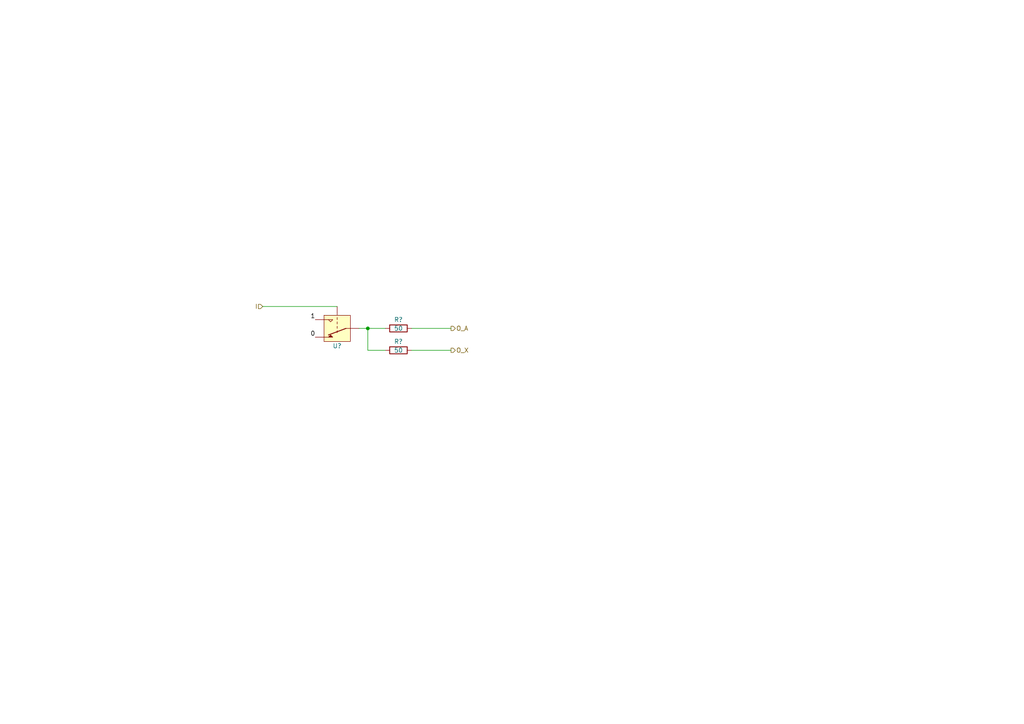
<source format=kicad_sch>
(kicad_sch (version 20230121) (generator eeschema)
  (paper "A4")
  (lib_symbols
    (symbol "Device:R" (pin_numbers hide) (pin_names (offset 0))
      (property "Reference" "R" (at 2.032 0 90))
      (property "Value" "R" (at 0 0 90))
      (symbol "R_0_1"
        (rectangle (start -1.016 -2.54) (end 1.016 2.54) (stroke (width 0.254)))
      )
      (symbol "R_1_1"
        (pin passive line (at 0 3.81 270) (length 1.27) (name "~") (number "1"))
        (pin passive line (at 0 -3.81 90) (length 1.27) (name "~") (number "2"))
      )
    )
    (symbol "MevaLlibreria:1G3157" (pin_numbers hide)
      (property "Reference" "U" (at 0 -5.08 0))
      (symbol "1G3157_0_0"
        (polyline (pts (xy -3.81 2.54) (xy -1.27 2.54) (xy -1.905 1.905) (xy -2.54 2.54)))
      )
      (symbol "1G3157_0_1"
        (rectangle (start -3.81 3.81) (end 3.81 -3.81) (fill (type background)))
        (polyline (pts (xy 0 -0.635) (xy 0 -1.27)))
        (polyline (pts (xy 0 0.635) (xy 0 0)))
        (polyline (pts (xy 0 1.905) (xy 0 1.27)))
        (polyline (pts (xy 0 3.175) (xy 0 2.54)))
        (polyline (pts (xy 2.54 0) (xy -2.54 -1.905)) (stroke (width 0.254)))
        (polyline (pts (xy 3.81 0) (xy 2.54 0)))
        (polyline (pts (xy -3.81 -2.54) (xy -1.27 -2.54) (xy -1.905 -1.905) (xy -2.54 -2.54)) (fill (type outline)))
      )
      (symbol "1G3157_1_1"
        (pin input line (at -6.35 2.54 0) (length 2.54) (name "~") (number "1"))
        (pin power_in line (at 2.54 -2.54 270) (length 2.54) hide (name "GND") (number "2"))
        (pin input line (at -6.35 -2.54 0) (length 2.54) (name "~") (number "3"))
        (pin output line (at 6.35 0 180) (length 2.54) (name "~") (number "4"))
        (pin power_in line (at 2.54 2.54 90) (length 2.54) hide (name "VCC") (number "5"))
        (pin input line (at 0 6.35 270) (length 2.54) (name "~") (number "6"))
      )
    )
  )
  (junction (at 106.68 95.25))
  (wire (pts (xy 106.68 95.25) (xy 111.76 95.25)))
  (wire (pts (xy 106.68 101.6) (xy 106.68 95.25)))
  (wire (pts (xy 119.38 95.25) (xy 130.81 95.25)))
  (wire (pts (xy 104.14 95.25) (xy 106.68 95.25)))
  (wire (pts (xy 111.76 101.6) (xy 106.68 101.6)))
  (wire (pts (xy 119.38 101.6) (xy 130.81 101.6)))
  (wire (pts (xy 76.2 88.9) (xy 97.79 88.9)))
  (label "1" (at 91.44 92.71 180))
  (label "0" (at 91.44 97.79 180))
  (hierarchical_label "O_X" (shape output) (at 130.81 101.6 0))
  (hierarchical_label "O_A" (shape output) (at 130.81 95.25 0))
  (hierarchical_label "I" (shape input) (at 76.2 88.9 180))
  (symbol (lib_id "Device:R") (at 115.57 95.25 270) (unit 1)
    (property "Reference" "R?" (at 115.57 92.71 90))
    (property "Value" "50" (at 115.57 95.25 90))
    (property "Footprint" "Resistor_SMD:R_0603_1608Metric" (effects hide))
    (instances (project "MiniCalc_X" (path "" (reference "R?") (unit 1)) (path "" (reference "R23") (unit 1)) (path "" (reference "R27") (unit 1)) (path "" (reference "R38") (unit 1)) (path "" (reference "R36") (unit 1)) (path "" (reference "R16") (unit 1)) (path "" (reference "R12") (unit 1)) (path "" (reference "R42") (unit 1)) (path "" (reference "R44") (unit 1)) (path "" (reference "R40") (unit 1)) (path "" (reference "R46") (unit 1)) (path "" (reference "R14") (unit 1)) (path "" (reference "R30") (unit 1)) (path "" (reference "R32") (unit 1)) (path "" (reference "R34") (unit 1))))
  )
  (symbol (lib_id "Device:R") (at 115.57 101.6 270) (unit 1)
    (property "Reference" "R?" (at 115.57 99.06 90))
    (property "Value" "50" (at 115.57 101.6 90))
    (property "Footprint" "Resistor_SMD:R_0603_1608Metric" (effects hide))
    (instances (project "MiniCalc_X" (path "" (reference "R?") (unit 1)) (path "" (reference "R23") (unit 1)) (path "" (reference "R27") (unit 1)) (path "" (reference "R39") (unit 1)) (path "" (reference "R37") (unit 1)) (path "" (reference "R17") (unit 1)) (path "" (reference "R13") (unit 1)) (path "" (reference "R43") (unit 1)) (path "" (reference "R45") (unit 1)) (path "" (reference "R41") (unit 1)) (path "" (reference "R47") (unit 1)) (path "" (reference "R15") (unit 1)) (path "" (reference "R31") (unit 1)) (path "" (reference "R33") (unit 1)) (path "" (reference "R35") (unit 1))))
  )
  (symbol (lib_id "MevaLlibreria:1G3157") (at 97.79 95.25 0) (unit 1)
    (property "Reference" "U?" (at 97.79 100.33 0))
    (property "Value" "1G3157" (effects hide))
    (property "Footprint" "Package_TO_SOT_SMD:SOT-23-6" (effects hide))
    (property "Datasheet" "https://www.ti.com/lit/ds/symlink/sn74lvc1g3157.pdf" (effects hide))
    (property "Sim.Name" "74LVC1G3157" (effects hide))
    (property "Sim.Library" "../SpiceModelsGlobal/AnalogSPDT.txt" (effects hide))
    (property "Sim.Device" "SUBCKT" (effects hide))
    (property "Sim.Pins" "1=1 3=3 4=4 5=5 6=6" (effects hide))
    (property "Manufacturer" "Texas Instruments" (effects hide))
    (property "Part Number" "SN74LVC1G3157DBVR" (effects hide))
    (instances (project "MiniCalc_X" (path "" (reference "U?") (unit 1)) (path "" (reference "U32") (unit 1)) (path "" (reference "U34") (unit 1)) (path "" (reference "U53") (unit 1)) (path "" (reference "U52") (unit 1)) (path "" (reference "U7") (unit 1)) (path "" (reference "U5") (unit 1)) (path "" (reference "U55") (unit 1)) (path "" (reference "U56") (unit 1)) (path "" (reference "U54") (unit 1)) (path "" (reference "U57") (unit 1)) (path "" (reference "U6") (unit 1)) (path "" (reference "U49") (unit 1)) (path "" (reference "U50") (unit 1)) (path "" (reference "U51") (unit 1))))
  )
)
</source>
